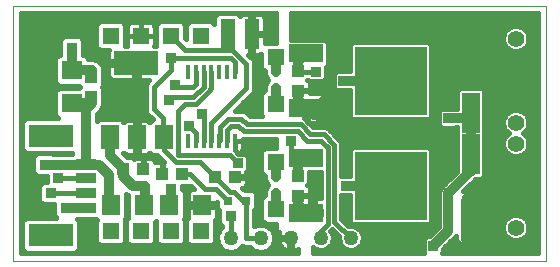
<source format=gbr>
G75*
%MOIN*%
%OFA0B0*%
%FSLAX25Y25*%
%IPPOS*%
%LPD*%
%AMOC8*
5,1,8,0,0,1.08239X$1,22.5*
%
%ADD10C,0.00000*%
%ADD11R,0.04331X0.03937*%
%ADD12R,0.05000X0.10000*%
%ADD13C,0.05000*%
%ADD14R,0.24409X0.22835*%
%ADD15R,0.11811X0.06299*%
%ADD16R,0.05600X0.05600*%
%ADD17R,0.01575X0.04724*%
%ADD18C,0.05600*%
%ADD19R,0.03150X0.03150*%
%ADD20R,0.03937X0.04331*%
%ADD21R,0.06299X0.07087*%
%ADD22R,0.07087X0.06299*%
%ADD23R,0.05900X0.07900*%
%ADD24R,0.15000X0.07900*%
%ADD25R,0.06299X0.13780*%
%ADD26R,0.01969X0.02756*%
%ADD27R,0.15000X0.07600*%
%ADD28R,0.07000X0.03600*%
%ADD29C,0.01600*%
%ADD30R,0.03562X0.03562*%
%ADD31C,0.03200*%
%ADD32C,0.10000*%
%ADD33C,0.07000*%
D10*
X0016250Y0015141D02*
X0016250Y0100102D01*
X0193951Y0100102D01*
X0193951Y0015141D01*
X0016250Y0015141D01*
D11*
X0052904Y0045641D03*
X0059596Y0045641D03*
X0083404Y0043141D03*
X0090096Y0043141D03*
X0111250Y0043488D03*
X0111250Y0036795D03*
X0111250Y0071795D03*
X0111250Y0078488D03*
D12*
X0095750Y0090641D03*
X0087750Y0090641D03*
D13*
X0088750Y0022641D03*
X0098750Y0022641D03*
X0108750Y0022641D03*
X0118750Y0022641D03*
X0128750Y0022641D03*
D14*
X0142018Y0040141D03*
X0142018Y0075141D03*
D15*
X0113750Y0066086D03*
X0113750Y0049197D03*
X0113750Y0031086D03*
X0113750Y0084197D03*
D16*
X0103750Y0083016D03*
X0078750Y0090141D03*
X0068750Y0090141D03*
X0058750Y0090141D03*
X0048750Y0090141D03*
X0103750Y0067267D03*
X0103750Y0048016D03*
X0103750Y0032267D03*
X0078750Y0025141D03*
X0068750Y0025141D03*
X0058750Y0025141D03*
X0048750Y0025141D03*
D17*
X0074376Y0055126D03*
X0077132Y0055126D03*
X0079691Y0055126D03*
X0082250Y0055126D03*
X0084809Y0055126D03*
X0087368Y0055126D03*
X0090124Y0055126D03*
X0090124Y0078157D03*
X0087368Y0078157D03*
X0084809Y0078157D03*
X0082250Y0078157D03*
X0079691Y0078157D03*
X0077132Y0078157D03*
X0074376Y0078157D03*
D18*
X0183750Y0089141D03*
X0183750Y0061141D03*
X0183750Y0054141D03*
X0183750Y0026141D03*
D19*
X0093703Y0035141D03*
X0087797Y0035141D03*
D20*
X0072596Y0044141D03*
X0065904Y0044141D03*
X0042250Y0069795D03*
X0042250Y0076488D03*
D21*
X0048738Y0033641D03*
X0059762Y0033641D03*
X0068238Y0033641D03*
X0079262Y0033641D03*
D22*
X0035750Y0067630D03*
X0035750Y0078653D03*
D23*
X0048350Y0056241D03*
X0057350Y0056241D03*
X0066350Y0056241D03*
D24*
X0057250Y0081041D03*
D25*
X0168750Y0085771D03*
X0168750Y0064512D03*
X0168750Y0050771D03*
X0168750Y0029512D03*
D26*
X0103750Y0037779D03*
X0103750Y0042897D03*
X0103750Y0072779D03*
X0103750Y0077897D03*
D27*
X0028695Y0056795D03*
X0028695Y0023567D03*
D28*
X0040427Y0032779D03*
X0040427Y0037701D03*
X0040427Y0042543D03*
X0040427Y0047386D03*
D29*
X0040329Y0042641D02*
X0040427Y0042543D01*
X0040329Y0042641D02*
X0031250Y0042641D01*
X0027469Y0042316D02*
X0018750Y0042316D01*
X0018750Y0043915D02*
X0023586Y0043915D01*
X0024140Y0043360D02*
X0022969Y0044532D01*
X0022969Y0049751D01*
X0024140Y0050923D01*
X0029360Y0050923D01*
X0029541Y0050741D01*
X0035655Y0050741D01*
X0035908Y0050995D01*
X0020366Y0050995D01*
X0019195Y0052167D01*
X0019195Y0061423D01*
X0020366Y0062595D01*
X0031263Y0062595D01*
X0030207Y0063652D01*
X0030207Y0071608D01*
X0031378Y0072779D01*
X0038281Y0072779D01*
X0038281Y0072789D01*
X0038634Y0073141D01*
X0038281Y0073494D01*
X0038281Y0073504D01*
X0031378Y0073504D01*
X0030207Y0074675D01*
X0030207Y0082631D01*
X0031378Y0083803D01*
X0031969Y0083803D01*
X0031969Y0088751D01*
X0033140Y0089923D01*
X0038360Y0089923D01*
X0039531Y0088751D01*
X0039531Y0083803D01*
X0040122Y0083803D01*
X0041293Y0082631D01*
X0041293Y0082253D01*
X0042152Y0082253D01*
X0042427Y0082320D01*
X0042861Y0082253D01*
X0043301Y0082253D01*
X0043562Y0082145D01*
X0043842Y0082102D01*
X0044218Y0081873D01*
X0044624Y0081705D01*
X0044824Y0081505D01*
X0045066Y0081358D01*
X0045326Y0081003D01*
X0045637Y0080693D01*
X0045745Y0080431D01*
X0045912Y0080202D01*
X0046016Y0079775D01*
X0046081Y0079619D01*
X0046218Y0079482D01*
X0046218Y0078948D01*
X0046252Y0078811D01*
X0046218Y0078596D01*
X0046218Y0073494D01*
X0045866Y0073141D01*
X0046218Y0072789D01*
X0046218Y0067687D01*
X0046252Y0067472D01*
X0046218Y0067335D01*
X0046218Y0066801D01*
X0046081Y0066664D01*
X0046016Y0066508D01*
X0045912Y0066080D01*
X0045745Y0065852D01*
X0045637Y0065590D01*
X0045326Y0065280D01*
X0045066Y0064925D01*
X0044824Y0064778D01*
X0044027Y0063981D01*
X0044027Y0061647D01*
X0044572Y0062191D01*
X0052128Y0062191D01*
X0052991Y0061328D01*
X0053295Y0061632D01*
X0053705Y0061869D01*
X0054163Y0061991D01*
X0056675Y0061991D01*
X0056675Y0056917D01*
X0058025Y0056917D01*
X0058025Y0061991D01*
X0060537Y0061991D01*
X0060995Y0061869D01*
X0061405Y0061632D01*
X0061709Y0061328D01*
X0062572Y0062191D01*
X0062740Y0062191D01*
X0060876Y0064055D01*
X0060450Y0065085D01*
X0060450Y0073698D01*
X0060876Y0074728D01*
X0061440Y0075291D01*
X0058050Y0075291D01*
X0058050Y0080241D01*
X0056450Y0080241D01*
X0056450Y0075291D01*
X0049513Y0075291D01*
X0049055Y0075414D01*
X0048645Y0075651D01*
X0048310Y0075986D01*
X0048073Y0076397D01*
X0047950Y0076855D01*
X0047950Y0080242D01*
X0056450Y0080242D01*
X0056450Y0081841D01*
X0047950Y0081841D01*
X0047950Y0085228D01*
X0047980Y0085341D01*
X0045122Y0085341D01*
X0043950Y0086513D01*
X0043950Y0093770D01*
X0045122Y0094941D01*
X0052378Y0094941D01*
X0053550Y0093770D01*
X0053550Y0086791D01*
X0054234Y0086791D01*
X0054150Y0087105D01*
X0054150Y0090141D01*
X0058750Y0090141D01*
X0058750Y0090142D01*
X0058750Y0094741D01*
X0055713Y0094741D01*
X0055255Y0094619D01*
X0054845Y0094382D01*
X0054510Y0094047D01*
X0054273Y0093636D01*
X0054150Y0093178D01*
X0054150Y0090142D01*
X0058750Y0090142D01*
X0058750Y0090142D01*
X0058750Y0094741D01*
X0061787Y0094741D01*
X0062245Y0094619D01*
X0062655Y0094382D01*
X0062990Y0094047D01*
X0063227Y0093636D01*
X0063350Y0093178D01*
X0063350Y0090142D01*
X0058750Y0090142D01*
X0058750Y0090141D01*
X0063350Y0090141D01*
X0063350Y0087105D01*
X0063266Y0086791D01*
X0063950Y0086791D01*
X0063950Y0093770D01*
X0065122Y0094941D01*
X0072378Y0094941D01*
X0073550Y0093770D01*
X0073550Y0089301D01*
X0073950Y0088901D01*
X0073950Y0093770D01*
X0075122Y0094941D01*
X0082378Y0094941D01*
X0083250Y0094070D01*
X0083250Y0096470D01*
X0084422Y0097641D01*
X0091078Y0097641D01*
X0091891Y0096828D01*
X0092145Y0097082D01*
X0092555Y0097319D01*
X0093013Y0097441D01*
X0095300Y0097441D01*
X0095300Y0091092D01*
X0096200Y0091092D01*
X0096200Y0097441D01*
X0098487Y0097441D01*
X0098945Y0097319D01*
X0099355Y0097082D01*
X0099690Y0096747D01*
X0099927Y0096336D01*
X0100050Y0095878D01*
X0100050Y0091091D01*
X0096200Y0091091D01*
X0096200Y0090191D01*
X0096200Y0083841D01*
X0098487Y0083841D01*
X0098945Y0083964D01*
X0098950Y0083967D01*
X0098950Y0079387D01*
X0100122Y0078216D01*
X0100150Y0078216D01*
X0100150Y0077181D01*
X0100698Y0075858D01*
X0100766Y0075790D01*
X0100766Y0075691D01*
X0101118Y0075338D01*
X0100766Y0074986D01*
X0100766Y0074886D01*
X0100698Y0074819D01*
X0100150Y0073495D01*
X0100150Y0072067D01*
X0100122Y0072067D01*
X0098950Y0070896D01*
X0098950Y0063639D01*
X0099266Y0063323D01*
X0095140Y0063323D01*
X0093747Y0064715D01*
X0092718Y0065141D01*
X0090210Y0065141D01*
X0095336Y0070268D01*
X0096124Y0071055D01*
X0096550Y0072085D01*
X0096550Y0081310D01*
X0096124Y0082339D01*
X0094621Y0083841D01*
X0095300Y0083841D01*
X0095300Y0090191D01*
X0096200Y0090191D01*
X0100050Y0090191D01*
X0100050Y0087744D01*
X0100122Y0087816D01*
X0103750Y0087816D01*
X0103750Y0097641D01*
X0018750Y0097641D01*
X0018750Y0017641D01*
X0111250Y0017641D01*
X0111250Y0019143D01*
X0111004Y0018964D01*
X0110401Y0018657D01*
X0109757Y0018447D01*
X0109200Y0018359D01*
X0109200Y0022191D01*
X0108300Y0022191D01*
X0108300Y0018359D01*
X0107743Y0018447D01*
X0107099Y0018657D01*
X0106496Y0018964D01*
X0105949Y0019362D01*
X0105470Y0019840D01*
X0105072Y0020388D01*
X0104765Y0020991D01*
X0104556Y0021635D01*
X0104468Y0022191D01*
X0108300Y0022191D01*
X0108300Y0023091D01*
X0104468Y0023091D01*
X0104556Y0023648D01*
X0104765Y0024292D01*
X0104943Y0024641D01*
X0103750Y0024641D01*
X0103750Y0027467D01*
X0100122Y0027467D01*
X0098950Y0028639D01*
X0098950Y0035896D01*
X0100122Y0037067D01*
X0100150Y0037067D01*
X0100150Y0038495D01*
X0100698Y0039819D01*
X0100766Y0039886D01*
X0100766Y0039986D01*
X0101118Y0040338D01*
X0100766Y0040691D01*
X0100766Y0040790D01*
X0100698Y0040858D01*
X0100150Y0042181D01*
X0100150Y0043216D01*
X0100122Y0043216D01*
X0098950Y0044387D01*
X0098950Y0051644D01*
X0100122Y0052816D01*
X0103750Y0052816D01*
X0103750Y0055523D01*
X0092711Y0055523D01*
X0092711Y0055126D01*
X0090168Y0055126D01*
X0090168Y0055126D01*
X0092711Y0055126D01*
X0092711Y0052527D01*
X0092589Y0052069D01*
X0092352Y0051658D01*
X0092116Y0051423D01*
X0093860Y0051423D01*
X0095031Y0050251D01*
X0095031Y0045032D01*
X0094062Y0044063D01*
X0094062Y0043326D01*
X0090281Y0043326D01*
X0090281Y0042957D01*
X0094062Y0042957D01*
X0094062Y0040936D01*
X0093939Y0040478D01*
X0093702Y0040068D01*
X0093367Y0039733D01*
X0092957Y0039496D01*
X0092622Y0039406D01*
X0093312Y0038716D01*
X0096106Y0038716D01*
X0097278Y0037545D01*
X0097278Y0032738D01*
X0096503Y0031963D01*
X0096503Y0026581D01*
X0097855Y0027141D01*
X0099645Y0027141D01*
X0101299Y0026456D01*
X0102565Y0025191D01*
X0103250Y0023537D01*
X0103250Y0021746D01*
X0102565Y0020092D01*
X0101299Y0018827D01*
X0099645Y0018141D01*
X0097855Y0018141D01*
X0096201Y0018827D01*
X0095186Y0019841D01*
X0093193Y0019841D01*
X0092568Y0020100D01*
X0092565Y0020092D01*
X0091299Y0018827D01*
X0089645Y0018141D01*
X0087855Y0018141D01*
X0086201Y0018827D01*
X0084935Y0020092D01*
X0084250Y0021746D01*
X0084250Y0023537D01*
X0084935Y0025191D01*
X0085950Y0026205D01*
X0085950Y0026551D01*
X0084969Y0027532D01*
X0084969Y0031992D01*
X0084222Y0032738D01*
X0084222Y0034757D01*
X0084211Y0034768D01*
X0084211Y0034416D01*
X0080037Y0034416D01*
X0080037Y0032867D01*
X0084211Y0032867D01*
X0084211Y0029861D01*
X0084089Y0029403D01*
X0083852Y0028993D01*
X0083550Y0028691D01*
X0083550Y0021513D01*
X0082378Y0020341D01*
X0075122Y0020341D01*
X0073950Y0021513D01*
X0073950Y0028770D01*
X0074489Y0029309D01*
X0074435Y0029403D01*
X0074312Y0029861D01*
X0074312Y0032867D01*
X0078487Y0032867D01*
X0078487Y0034416D01*
X0074312Y0034416D01*
X0074312Y0037422D01*
X0074435Y0037880D01*
X0074672Y0038290D01*
X0075007Y0038625D01*
X0075417Y0038862D01*
X0075875Y0038985D01*
X0076447Y0038985D01*
X0075424Y0040007D01*
X0075393Y0039976D01*
X0072531Y0039976D01*
X0072531Y0038870D01*
X0073388Y0038013D01*
X0073388Y0029270D01*
X0073219Y0029101D01*
X0073550Y0028770D01*
X0073550Y0021513D01*
X0072378Y0020341D01*
X0065122Y0020341D01*
X0063950Y0021513D01*
X0063950Y0028308D01*
X0063740Y0028098D01*
X0063550Y0028098D01*
X0063550Y0021513D01*
X0062378Y0020341D01*
X0055122Y0020341D01*
X0053950Y0021513D01*
X0053950Y0028770D01*
X0054612Y0029432D01*
X0054612Y0036923D01*
X0054211Y0037090D01*
X0053888Y0037413D01*
X0053888Y0029270D01*
X0053469Y0028851D01*
X0053550Y0028770D01*
X0053550Y0021513D01*
X0052378Y0020341D01*
X0045122Y0020341D01*
X0043950Y0021513D01*
X0043950Y0028770D01*
X0044019Y0028839D01*
X0043879Y0028979D01*
X0037411Y0028979D01*
X0038195Y0028195D01*
X0038195Y0018938D01*
X0037023Y0017767D01*
X0020366Y0017767D01*
X0019195Y0018938D01*
X0019195Y0028195D01*
X0020366Y0029367D01*
X0030634Y0029367D01*
X0029969Y0030032D01*
X0029969Y0033860D01*
X0026140Y0033860D01*
X0024969Y0035032D01*
X0024969Y0040251D01*
X0026140Y0041423D01*
X0027469Y0041423D01*
X0027469Y0043360D01*
X0024140Y0043360D01*
X0022969Y0045513D02*
X0018750Y0045513D01*
X0018750Y0047112D02*
X0022969Y0047112D01*
X0022969Y0048710D02*
X0018750Y0048710D01*
X0018750Y0050309D02*
X0023527Y0050309D01*
X0019454Y0051907D02*
X0018750Y0051907D01*
X0018750Y0053506D02*
X0019195Y0053506D01*
X0019195Y0055104D02*
X0018750Y0055104D01*
X0018750Y0056703D02*
X0019195Y0056703D01*
X0019195Y0058301D02*
X0018750Y0058301D01*
X0018750Y0059900D02*
X0019195Y0059900D01*
X0019270Y0061498D02*
X0018750Y0061498D01*
X0018750Y0063097D02*
X0030762Y0063097D01*
X0030207Y0064695D02*
X0018750Y0064695D01*
X0018750Y0066294D02*
X0030207Y0066294D01*
X0030207Y0067892D02*
X0018750Y0067892D01*
X0018750Y0069491D02*
X0030207Y0069491D01*
X0030207Y0071089D02*
X0018750Y0071089D01*
X0018750Y0072688D02*
X0031287Y0072688D01*
X0030596Y0074286D02*
X0018750Y0074286D01*
X0018750Y0075885D02*
X0030207Y0075885D01*
X0030207Y0077483D02*
X0018750Y0077483D01*
X0018750Y0079082D02*
X0030207Y0079082D01*
X0030207Y0080680D02*
X0018750Y0080680D01*
X0018750Y0082279D02*
X0030207Y0082279D01*
X0031969Y0083877D02*
X0018750Y0083877D01*
X0018750Y0085476D02*
X0031969Y0085476D01*
X0031969Y0087075D02*
X0018750Y0087075D01*
X0018750Y0088673D02*
X0031969Y0088673D01*
X0039531Y0088673D02*
X0043950Y0088673D01*
X0043950Y0090272D02*
X0018750Y0090272D01*
X0018750Y0091870D02*
X0043950Y0091870D01*
X0043950Y0093469D02*
X0018750Y0093469D01*
X0018750Y0095067D02*
X0083250Y0095067D01*
X0083446Y0096666D02*
X0018750Y0096666D01*
X0039531Y0087075D02*
X0043950Y0087075D01*
X0044987Y0085476D02*
X0039531Y0085476D01*
X0039531Y0083877D02*
X0047950Y0083877D01*
X0047950Y0082279D02*
X0042695Y0082279D01*
X0042257Y0082279D02*
X0041293Y0082279D01*
X0045642Y0080680D02*
X0056450Y0080680D01*
X0056450Y0079082D02*
X0058050Y0079082D01*
X0058050Y0077483D02*
X0056450Y0077483D01*
X0056450Y0075885D02*
X0058050Y0075885D01*
X0060694Y0074286D02*
X0046218Y0074286D01*
X0046218Y0075885D02*
X0048411Y0075885D01*
X0047950Y0077483D02*
X0046218Y0077483D01*
X0046218Y0079082D02*
X0047950Y0079082D01*
X0046218Y0072688D02*
X0060450Y0072688D01*
X0063250Y0073141D02*
X0063250Y0065641D01*
X0066250Y0062641D01*
X0066250Y0056341D01*
X0066350Y0056241D01*
X0066350Y0052130D01*
X0069794Y0048686D01*
X0070339Y0048141D01*
X0078404Y0048141D01*
X0083404Y0043141D01*
X0088429Y0038116D01*
X0089952Y0038116D01*
X0092927Y0035141D01*
X0093703Y0035141D01*
X0093703Y0022689D01*
X0093750Y0022641D01*
X0098750Y0022641D01*
X0102755Y0024733D02*
X0103750Y0024733D01*
X0103250Y0023134D02*
X0104474Y0023134D01*
X0104588Y0021536D02*
X0103163Y0021536D01*
X0102409Y0019937D02*
X0105400Y0019937D01*
X0108300Y0019937D02*
X0109200Y0019937D01*
X0109200Y0021536D02*
X0108300Y0021536D01*
X0111250Y0018339D02*
X0100121Y0018339D01*
X0097379Y0018339D02*
X0090121Y0018339D01*
X0087379Y0018339D02*
X0037595Y0018339D01*
X0038195Y0019937D02*
X0085090Y0019937D01*
X0084337Y0021536D02*
X0083550Y0021536D01*
X0083550Y0023134D02*
X0084250Y0023134D01*
X0084745Y0024733D02*
X0083550Y0024733D01*
X0083550Y0026331D02*
X0085950Y0026331D01*
X0084969Y0027930D02*
X0083550Y0027930D01*
X0084122Y0029528D02*
X0084969Y0029528D01*
X0084969Y0031127D02*
X0084211Y0031127D01*
X0084211Y0032725D02*
X0084236Y0032725D01*
X0084222Y0034324D02*
X0080037Y0034324D01*
X0078487Y0034324D02*
X0073388Y0034324D01*
X0073388Y0035922D02*
X0074312Y0035922D01*
X0074339Y0037521D02*
X0073388Y0037521D01*
X0072531Y0039119D02*
X0076313Y0039119D01*
X0080250Y0039141D02*
X0083797Y0039141D01*
X0087797Y0035141D01*
X0093703Y0035141D02*
X0093750Y0035094D01*
X0097278Y0034324D02*
X0098950Y0034324D01*
X0098976Y0035922D02*
X0097278Y0035922D01*
X0097278Y0037521D02*
X0100150Y0037521D01*
X0100408Y0039119D02*
X0092909Y0039119D01*
X0094003Y0040718D02*
X0100766Y0040718D01*
X0100150Y0042316D02*
X0094062Y0042316D01*
X0093750Y0042641D02*
X0090596Y0042641D01*
X0090096Y0043141D01*
X0093750Y0042641D02*
X0093750Y0044599D01*
X0094431Y0045280D01*
X0094431Y0050002D01*
X0093611Y0050823D01*
X0091250Y0050823D01*
X0090124Y0051949D01*
X0090124Y0055126D01*
X0092711Y0055104D02*
X0103750Y0055104D01*
X0103750Y0053506D02*
X0092711Y0053506D01*
X0092495Y0051907D02*
X0099213Y0051907D01*
X0098950Y0050309D02*
X0094973Y0050309D01*
X0095031Y0048710D02*
X0098950Y0048710D01*
X0098950Y0047112D02*
X0095031Y0047112D01*
X0095031Y0045513D02*
X0098950Y0045513D01*
X0099422Y0043915D02*
X0094062Y0043915D01*
X0091250Y0047641D02*
X0088550Y0050341D01*
X0071250Y0050341D01*
X0071250Y0065141D01*
X0072569Y0066460D01*
X0072611Y0066460D01*
X0073592Y0067441D01*
X0077161Y0067441D01*
X0081891Y0072171D01*
X0081891Y0072282D01*
X0082250Y0072641D01*
X0082250Y0072530D01*
X0082250Y0072641D02*
X0082250Y0078157D01*
X0079691Y0078157D02*
X0079691Y0073082D01*
X0076250Y0069641D01*
X0069250Y0069641D01*
X0068250Y0068641D01*
X0070750Y0073141D02*
X0070250Y0073641D01*
X0070750Y0073141D02*
X0076250Y0073141D01*
X0077132Y0074023D01*
X0077132Y0078157D01*
X0068750Y0078641D02*
X0063250Y0073141D01*
X0060450Y0071089D02*
X0046218Y0071089D01*
X0046218Y0069491D02*
X0060450Y0069491D01*
X0060450Y0067892D02*
X0046218Y0067892D01*
X0045964Y0066294D02*
X0060450Y0066294D01*
X0060611Y0064695D02*
X0044741Y0064695D01*
X0044027Y0063097D02*
X0061835Y0063097D01*
X0061878Y0061498D02*
X0061539Y0061498D01*
X0058025Y0061498D02*
X0056675Y0061498D01*
X0056675Y0059900D02*
X0058025Y0059900D01*
X0058025Y0058301D02*
X0056675Y0058301D01*
X0056675Y0055566D02*
X0058025Y0055566D01*
X0058025Y0050491D01*
X0060537Y0050491D01*
X0060995Y0050614D01*
X0061405Y0050851D01*
X0061709Y0051155D01*
X0062572Y0050291D01*
X0064229Y0050291D01*
X0064764Y0049756D01*
X0066414Y0048107D01*
X0066088Y0048107D01*
X0066088Y0044326D01*
X0065719Y0044326D01*
X0065719Y0048107D01*
X0063698Y0048107D01*
X0063506Y0048055D01*
X0063439Y0048305D01*
X0063202Y0048715D01*
X0062867Y0049050D01*
X0062457Y0049287D01*
X0061999Y0049410D01*
X0059781Y0049410D01*
X0059781Y0045826D01*
X0059412Y0045826D01*
X0059412Y0049410D01*
X0057194Y0049410D01*
X0056736Y0049287D01*
X0056409Y0049098D01*
X0055897Y0049610D01*
X0054026Y0049610D01*
X0052737Y0050900D01*
X0052991Y0051155D01*
X0053295Y0050851D01*
X0053705Y0050614D01*
X0054163Y0050491D01*
X0056675Y0050491D01*
X0056675Y0055566D01*
X0056675Y0055104D02*
X0058025Y0055104D01*
X0058025Y0053506D02*
X0056675Y0053506D01*
X0056675Y0051907D02*
X0058025Y0051907D01*
X0062554Y0050309D02*
X0053327Y0050309D01*
X0059412Y0048710D02*
X0059781Y0048710D01*
X0059781Y0047112D02*
X0059412Y0047112D01*
X0063205Y0048710D02*
X0065810Y0048710D01*
X0064764Y0049756D02*
X0064764Y0049756D01*
X0069794Y0048686D02*
X0069911Y0048570D01*
X0066088Y0047112D02*
X0065719Y0047112D01*
X0065719Y0045513D02*
X0066088Y0045513D01*
X0072596Y0044141D02*
X0075250Y0044141D01*
X0080250Y0039141D01*
X0074312Y0032725D02*
X0073388Y0032725D01*
X0073388Y0031127D02*
X0074312Y0031127D01*
X0074401Y0029528D02*
X0073388Y0029528D01*
X0073550Y0027930D02*
X0073950Y0027930D01*
X0073950Y0026331D02*
X0073550Y0026331D01*
X0073550Y0024733D02*
X0073950Y0024733D01*
X0073950Y0023134D02*
X0073550Y0023134D01*
X0073550Y0021536D02*
X0073950Y0021536D01*
X0063950Y0021536D02*
X0063550Y0021536D01*
X0063550Y0023134D02*
X0063950Y0023134D01*
X0063950Y0024733D02*
X0063550Y0024733D01*
X0063550Y0026331D02*
X0063950Y0026331D01*
X0063950Y0027930D02*
X0063550Y0027930D01*
X0054612Y0029528D02*
X0053888Y0029528D01*
X0053950Y0027930D02*
X0053550Y0027930D01*
X0053550Y0026331D02*
X0053950Y0026331D01*
X0053950Y0024733D02*
X0053550Y0024733D01*
X0053550Y0023134D02*
X0053950Y0023134D01*
X0053950Y0021536D02*
X0053550Y0021536D01*
X0043950Y0021536D02*
X0038195Y0021536D01*
X0038195Y0023134D02*
X0043950Y0023134D01*
X0043950Y0024733D02*
X0038195Y0024733D01*
X0038195Y0026331D02*
X0043950Y0026331D01*
X0043950Y0027930D02*
X0038195Y0027930D01*
X0030473Y0029528D02*
X0018750Y0029528D01*
X0018750Y0027930D02*
X0019195Y0027930D01*
X0019195Y0026331D02*
X0018750Y0026331D01*
X0018750Y0024733D02*
X0019195Y0024733D01*
X0019195Y0023134D02*
X0018750Y0023134D01*
X0018750Y0021536D02*
X0019195Y0021536D01*
X0019195Y0019937D02*
X0018750Y0019937D01*
X0018750Y0018339D02*
X0019795Y0018339D01*
X0018750Y0031127D02*
X0029969Y0031127D01*
X0029969Y0032725D02*
X0018750Y0032725D01*
X0018750Y0034324D02*
X0025677Y0034324D01*
X0024969Y0035922D02*
X0018750Y0035922D01*
X0018750Y0037521D02*
X0024969Y0037521D01*
X0024969Y0039119D02*
X0018750Y0039119D01*
X0018750Y0040718D02*
X0025436Y0040718D01*
X0028750Y0037641D02*
X0033809Y0037701D01*
X0040427Y0037701D01*
X0053888Y0035922D02*
X0054612Y0035922D01*
X0054612Y0034324D02*
X0053888Y0034324D01*
X0053888Y0032725D02*
X0054612Y0032725D01*
X0054612Y0031127D02*
X0053888Y0031127D01*
X0088750Y0030141D02*
X0088750Y0022641D01*
X0092409Y0019937D02*
X0092962Y0019937D01*
X0101424Y0026331D02*
X0103750Y0026331D01*
X0099659Y0027930D02*
X0096503Y0027930D01*
X0096503Y0029528D02*
X0098950Y0029528D01*
X0098950Y0031127D02*
X0096503Y0031127D01*
X0097264Y0032725D02*
X0098950Y0032725D01*
X0111434Y0036611D02*
X0111434Y0036979D01*
X0115215Y0036979D01*
X0115215Y0039001D01*
X0115093Y0039458D01*
X0114856Y0039869D01*
X0114521Y0040204D01*
X0114241Y0040365D01*
X0114815Y0040940D01*
X0114815Y0044647D01*
X0118856Y0044647D01*
X0118856Y0036036D01*
X0115215Y0036036D01*
X0115215Y0036611D01*
X0111434Y0036611D01*
X0115215Y0037521D02*
X0118856Y0037521D01*
X0118856Y0039119D02*
X0115184Y0039119D01*
X0114593Y0040718D02*
X0118856Y0040718D01*
X0118856Y0042316D02*
X0114815Y0042316D01*
X0114815Y0043915D02*
X0118856Y0043915D01*
X0125455Y0043915D02*
X0128413Y0043915D01*
X0128413Y0043323D02*
X0125455Y0043323D01*
X0125455Y0054749D01*
X0120663Y0059541D01*
X0116115Y0059541D01*
X0112975Y0062681D01*
X0112975Y0065311D01*
X0114525Y0065311D01*
X0114525Y0061137D01*
X0119892Y0061137D01*
X0120350Y0061259D01*
X0120761Y0061496D01*
X0121096Y0061832D01*
X0121333Y0062242D01*
X0121455Y0062700D01*
X0121455Y0065312D01*
X0114525Y0065312D01*
X0114525Y0066861D01*
X0121455Y0066861D01*
X0121455Y0069473D01*
X0121333Y0069931D01*
X0121096Y0070341D01*
X0120761Y0070676D01*
X0120350Y0070913D01*
X0119892Y0071036D01*
X0115215Y0071036D01*
X0115215Y0071611D01*
X0111434Y0071611D01*
X0111434Y0071979D01*
X0115215Y0071979D01*
X0115215Y0074001D01*
X0115093Y0074458D01*
X0114856Y0074869D01*
X0114521Y0075204D01*
X0114241Y0075365D01*
X0114363Y0075487D01*
X0114889Y0074960D01*
X0119611Y0074960D01*
X0120431Y0075780D01*
X0120431Y0079843D01*
X0121055Y0080467D01*
X0121055Y0087926D01*
X0120235Y0088746D01*
X0108750Y0088746D01*
X0108750Y0097641D01*
X0191250Y0097641D01*
X0191250Y0017641D01*
X0159292Y0017641D01*
X0159431Y0017780D01*
X0159431Y0019080D01*
X0163793Y0023442D01*
X0163800Y0023459D01*
X0163800Y0022385D01*
X0163923Y0021927D01*
X0164160Y0021517D01*
X0164495Y0021181D01*
X0164906Y0020944D01*
X0165363Y0020822D01*
X0167975Y0020822D01*
X0167975Y0028737D01*
X0169525Y0028737D01*
X0169525Y0030286D01*
X0173700Y0030286D01*
X0173700Y0036638D01*
X0173577Y0037096D01*
X0173340Y0037507D01*
X0173005Y0037842D01*
X0172594Y0038079D01*
X0172137Y0038201D01*
X0169525Y0038201D01*
X0169525Y0030286D01*
X0167975Y0030286D01*
X0167975Y0038201D01*
X0166052Y0038201D01*
X0170333Y0042482D01*
X0172480Y0042482D01*
X0173300Y0043302D01*
X0173300Y0071981D01*
X0172480Y0072801D01*
X0165020Y0072801D01*
X0164200Y0071981D01*
X0164200Y0065641D01*
X0163792Y0065641D01*
X0163611Y0065823D01*
X0158889Y0065823D01*
X0158069Y0065002D01*
X0158069Y0060280D01*
X0158889Y0059460D01*
X0163611Y0059460D01*
X0163792Y0059641D01*
X0164200Y0059641D01*
X0164200Y0044835D01*
X0159551Y0040185D01*
X0158707Y0039341D01*
X0158250Y0038238D01*
X0158250Y0026384D01*
X0155188Y0023323D01*
X0153889Y0023323D01*
X0153069Y0022502D01*
X0153069Y0017780D01*
X0153208Y0017641D01*
X0116250Y0017641D01*
X0116250Y0019626D01*
X0116541Y0019335D01*
X0117974Y0018741D01*
X0119526Y0018741D01*
X0120959Y0019335D01*
X0122056Y0020432D01*
X0122650Y0021866D01*
X0122650Y0023417D01*
X0122056Y0024851D01*
X0121858Y0025048D01*
X0121967Y0025157D01*
X0122545Y0025735D01*
X0124854Y0023426D01*
X0124850Y0023417D01*
X0124850Y0021866D01*
X0125444Y0020432D01*
X0126541Y0019335D01*
X0127974Y0018741D01*
X0129526Y0018741D01*
X0130959Y0019335D01*
X0132056Y0020432D01*
X0132650Y0021866D01*
X0132650Y0023417D01*
X0132056Y0024851D01*
X0130959Y0025948D01*
X0129526Y0026541D01*
X0127974Y0026541D01*
X0127965Y0026538D01*
X0125455Y0029047D01*
X0125455Y0036960D01*
X0128413Y0036960D01*
X0128413Y0028144D01*
X0129233Y0027324D01*
X0154802Y0027324D01*
X0155622Y0028144D01*
X0155622Y0052139D01*
X0154802Y0052959D01*
X0129233Y0052959D01*
X0128413Y0052139D01*
X0128413Y0043323D01*
X0128413Y0045513D02*
X0125455Y0045513D01*
X0125455Y0047112D02*
X0128413Y0047112D01*
X0128413Y0048710D02*
X0125455Y0048710D01*
X0125455Y0050309D02*
X0128413Y0050309D01*
X0128413Y0051907D02*
X0125455Y0051907D01*
X0125455Y0053506D02*
X0164200Y0053506D01*
X0164200Y0051907D02*
X0155622Y0051907D01*
X0155622Y0050309D02*
X0164200Y0050309D01*
X0164200Y0048710D02*
X0155622Y0048710D01*
X0155622Y0047112D02*
X0164200Y0047112D01*
X0164200Y0045513D02*
X0155622Y0045513D01*
X0155622Y0043915D02*
X0163281Y0043915D01*
X0161682Y0042316D02*
X0155622Y0042316D01*
X0155622Y0040718D02*
X0160084Y0040718D01*
X0158615Y0039119D02*
X0155622Y0039119D01*
X0155622Y0037521D02*
X0158250Y0037521D01*
X0158250Y0035922D02*
X0155622Y0035922D01*
X0155622Y0034324D02*
X0158250Y0034324D01*
X0158250Y0032725D02*
X0155622Y0032725D01*
X0155622Y0031127D02*
X0158250Y0031127D01*
X0158250Y0029528D02*
X0155622Y0029528D01*
X0155408Y0027930D02*
X0158250Y0027930D01*
X0158197Y0026331D02*
X0130034Y0026331D01*
X0128628Y0027930D02*
X0126573Y0027930D01*
X0125455Y0029528D02*
X0128413Y0029528D01*
X0128413Y0031127D02*
X0125455Y0031127D01*
X0125455Y0032725D02*
X0128413Y0032725D01*
X0128413Y0034324D02*
X0125455Y0034324D01*
X0125455Y0035922D02*
X0128413Y0035922D01*
X0118856Y0031861D02*
X0118856Y0030312D01*
X0114525Y0030312D01*
X0114525Y0031861D01*
X0118856Y0031861D01*
X0118856Y0031127D02*
X0114525Y0031127D01*
X0118750Y0025051D02*
X0121056Y0027357D01*
X0121056Y0052926D01*
X0120235Y0053746D01*
X0120145Y0053746D01*
X0118750Y0055141D01*
X0114292Y0055141D01*
X0111111Y0058323D01*
X0093069Y0058323D01*
X0091250Y0060141D01*
X0088750Y0060141D01*
X0087368Y0058760D01*
X0087368Y0055126D01*
X0085168Y0055485D02*
X0085168Y0059671D01*
X0087839Y0062341D01*
X0092161Y0062341D01*
X0093980Y0060523D01*
X0112022Y0060523D01*
X0115203Y0057341D01*
X0119751Y0057341D01*
X0123256Y0053837D01*
X0123256Y0028136D01*
X0128750Y0022641D01*
X0131561Y0019937D02*
X0153069Y0019937D01*
X0153069Y0021536D02*
X0132513Y0021536D01*
X0132650Y0023134D02*
X0153700Y0023134D01*
X0156598Y0024733D02*
X0132105Y0024733D01*
X0124850Y0023134D02*
X0122650Y0023134D01*
X0122105Y0024733D02*
X0123548Y0024733D01*
X0118750Y0025051D02*
X0118750Y0022641D01*
X0121561Y0019937D02*
X0125939Y0019937D01*
X0124987Y0021536D02*
X0122513Y0021536D01*
X0116250Y0018339D02*
X0153069Y0018339D01*
X0159431Y0018339D02*
X0191250Y0018339D01*
X0191250Y0019937D02*
X0160288Y0019937D01*
X0161887Y0021536D02*
X0164149Y0021536D01*
X0163800Y0023134D02*
X0163485Y0023134D01*
X0167975Y0023134D02*
X0169525Y0023134D01*
X0169525Y0024733D02*
X0167975Y0024733D01*
X0167975Y0026331D02*
X0169525Y0026331D01*
X0169525Y0027930D02*
X0167975Y0027930D01*
X0169525Y0028737D02*
X0169525Y0020822D01*
X0172137Y0020822D01*
X0172594Y0020944D01*
X0173005Y0021181D01*
X0173340Y0021517D01*
X0173577Y0021927D01*
X0173700Y0022385D01*
X0173700Y0028737D01*
X0169525Y0028737D01*
X0169525Y0029528D02*
X0181197Y0029528D01*
X0181371Y0029702D02*
X0180189Y0028521D01*
X0179550Y0026977D01*
X0179550Y0025306D01*
X0180189Y0023762D01*
X0181371Y0022581D01*
X0182915Y0021941D01*
X0184585Y0021941D01*
X0186129Y0022581D01*
X0187311Y0023762D01*
X0187950Y0025306D01*
X0187950Y0026977D01*
X0187311Y0028521D01*
X0186129Y0029702D01*
X0184585Y0030341D01*
X0182915Y0030341D01*
X0181371Y0029702D01*
X0179945Y0027930D02*
X0173700Y0027930D01*
X0173120Y0029512D02*
X0178750Y0035141D01*
X0178750Y0080141D01*
X0176250Y0082641D01*
X0171880Y0082641D01*
X0168750Y0085771D01*
X0169525Y0085476D02*
X0181624Y0085476D01*
X0181371Y0085581D02*
X0182915Y0084941D01*
X0184585Y0084941D01*
X0186129Y0085581D01*
X0187311Y0086762D01*
X0187950Y0088306D01*
X0187950Y0089977D01*
X0187311Y0091521D01*
X0186129Y0092702D01*
X0184585Y0093341D01*
X0182915Y0093341D01*
X0181371Y0092702D01*
X0180189Y0091521D01*
X0179550Y0089977D01*
X0179550Y0088306D01*
X0180189Y0086762D01*
X0181371Y0085581D01*
X0180060Y0087075D02*
X0173700Y0087075D01*
X0173700Y0086546D02*
X0173700Y0092898D01*
X0173577Y0093356D01*
X0173340Y0093766D01*
X0173005Y0094102D01*
X0172594Y0094339D01*
X0172137Y0094461D01*
X0169525Y0094461D01*
X0169525Y0086546D01*
X0173700Y0086546D01*
X0173700Y0084997D02*
X0173700Y0078645D01*
X0173577Y0078187D01*
X0173340Y0077776D01*
X0173005Y0077441D01*
X0172594Y0077204D01*
X0172137Y0077082D01*
X0169525Y0077082D01*
X0169525Y0084997D01*
X0169525Y0086546D01*
X0167975Y0086546D01*
X0167975Y0084997D01*
X0163800Y0084997D01*
X0163800Y0078645D01*
X0163923Y0078187D01*
X0164160Y0077776D01*
X0164495Y0077441D01*
X0164906Y0077204D01*
X0165363Y0077082D01*
X0167975Y0077082D01*
X0167975Y0084997D01*
X0169525Y0084997D01*
X0173700Y0084997D01*
X0173700Y0083877D02*
X0191250Y0083877D01*
X0191250Y0085476D02*
X0185876Y0085476D01*
X0187440Y0087075D02*
X0191250Y0087075D01*
X0191250Y0088673D02*
X0187950Y0088673D01*
X0187828Y0090272D02*
X0191250Y0090272D01*
X0191250Y0091870D02*
X0186961Y0091870D01*
X0191250Y0093469D02*
X0173512Y0093469D01*
X0173700Y0091870D02*
X0180539Y0091870D01*
X0179672Y0090272D02*
X0173700Y0090272D01*
X0173700Y0088673D02*
X0179550Y0088673D01*
X0169525Y0088673D02*
X0167975Y0088673D01*
X0167975Y0090272D02*
X0169525Y0090272D01*
X0169525Y0091870D02*
X0167975Y0091870D01*
X0167975Y0093469D02*
X0169525Y0093469D01*
X0167975Y0094461D02*
X0165363Y0094461D01*
X0164906Y0094339D01*
X0164495Y0094102D01*
X0164160Y0093766D01*
X0163923Y0093356D01*
X0163800Y0092898D01*
X0163800Y0086546D01*
X0167975Y0086546D01*
X0167975Y0094461D01*
X0163988Y0093469D02*
X0108750Y0093469D01*
X0108750Y0091870D02*
X0163800Y0091870D01*
X0163800Y0090272D02*
X0108750Y0090272D01*
X0103750Y0090272D02*
X0096200Y0090272D01*
X0096200Y0088673D02*
X0095300Y0088673D01*
X0095300Y0087075D02*
X0096200Y0087075D01*
X0096200Y0085476D02*
X0095300Y0085476D01*
X0095300Y0083877D02*
X0096200Y0083877D01*
X0098621Y0083877D02*
X0098950Y0083877D01*
X0098950Y0082279D02*
X0096149Y0082279D01*
X0096550Y0080680D02*
X0098950Y0080680D01*
X0099255Y0079082D02*
X0096550Y0079082D01*
X0096550Y0077483D02*
X0100150Y0077483D01*
X0100687Y0075885D02*
X0096550Y0075885D01*
X0096550Y0074286D02*
X0100478Y0074286D01*
X0100150Y0072688D02*
X0096550Y0072688D01*
X0096138Y0071089D02*
X0099143Y0071089D01*
X0098950Y0069491D02*
X0094559Y0069491D01*
X0092961Y0067892D02*
X0098950Y0067892D01*
X0098950Y0066294D02*
X0091362Y0066294D01*
X0093767Y0064695D02*
X0098950Y0064695D01*
X0112975Y0064695D02*
X0114525Y0064695D01*
X0114695Y0065141D02*
X0113750Y0066086D01*
X0114525Y0066294D02*
X0128413Y0066294D01*
X0128413Y0067892D02*
X0121455Y0067892D01*
X0121451Y0069491D02*
X0128413Y0069491D01*
X0128413Y0071089D02*
X0115215Y0071089D01*
X0115215Y0072688D02*
X0123161Y0072688D01*
X0123069Y0072780D02*
X0123889Y0071960D01*
X0128413Y0071960D01*
X0128413Y0063144D01*
X0129233Y0062324D01*
X0154802Y0062324D01*
X0155622Y0063144D01*
X0155622Y0087139D01*
X0154802Y0087959D01*
X0129233Y0087959D01*
X0128413Y0087139D01*
X0128413Y0078323D01*
X0123889Y0078323D01*
X0123069Y0077502D01*
X0123069Y0072780D01*
X0121250Y0072641D02*
X0121250Y0077641D01*
X0126250Y0082641D01*
X0126250Y0090141D01*
X0123750Y0090141D01*
X0121250Y0092641D01*
X0118750Y0095141D01*
X0111250Y0095141D01*
X0108750Y0095067D02*
X0191250Y0095067D01*
X0191250Y0096666D02*
X0108750Y0096666D01*
X0103750Y0096666D02*
X0099737Y0096666D01*
X0100050Y0095067D02*
X0103750Y0095067D01*
X0103750Y0093469D02*
X0100050Y0093469D01*
X0100050Y0091870D02*
X0103750Y0091870D01*
X0103750Y0088673D02*
X0100050Y0088673D01*
X0096200Y0091870D02*
X0095300Y0091870D01*
X0095300Y0093469D02*
X0096200Y0093469D01*
X0096200Y0095067D02*
X0095300Y0095067D01*
X0095300Y0096666D02*
X0096200Y0096666D01*
X0087750Y0090641D02*
X0086250Y0089141D01*
X0086250Y0085341D01*
X0073550Y0085341D01*
X0068750Y0090141D01*
X0073550Y0090272D02*
X0073950Y0090272D01*
X0073950Y0091870D02*
X0073550Y0091870D01*
X0073550Y0093469D02*
X0073950Y0093469D01*
X0063950Y0093469D02*
X0063272Y0093469D01*
X0063350Y0091870D02*
X0063950Y0091870D01*
X0063950Y0090272D02*
X0063350Y0090272D01*
X0063350Y0088673D02*
X0063950Y0088673D01*
X0063950Y0087075D02*
X0063342Y0087075D01*
X0058750Y0090272D02*
X0058750Y0090272D01*
X0058750Y0091870D02*
X0058750Y0091870D01*
X0058750Y0093469D02*
X0058750Y0093469D01*
X0054228Y0093469D02*
X0053550Y0093469D01*
X0053550Y0091870D02*
X0054150Y0091870D01*
X0054150Y0090272D02*
X0053550Y0090272D01*
X0053550Y0088673D02*
X0054150Y0088673D01*
X0054158Y0087075D02*
X0053550Y0087075D01*
X0068750Y0082641D02*
X0068750Y0078641D01*
X0068750Y0082641D02*
X0088750Y0082641D01*
X0090124Y0081267D01*
X0090124Y0078157D01*
X0093750Y0080753D02*
X0089161Y0085341D01*
X0086250Y0085341D01*
X0093750Y0080753D02*
X0093750Y0072641D01*
X0082250Y0061141D01*
X0082250Y0055126D01*
X0084809Y0055126D02*
X0085168Y0055485D01*
X0079691Y0055126D02*
X0079691Y0063701D01*
X0079250Y0064141D01*
X0074750Y0060141D02*
X0077132Y0057760D01*
X0077132Y0055126D01*
X0067250Y0057141D02*
X0066350Y0056241D01*
X0053161Y0061498D02*
X0052822Y0061498D01*
X0108750Y0055141D02*
X0108750Y0050141D01*
X0112805Y0050141D01*
X0113750Y0049197D01*
X0125100Y0055104D02*
X0164200Y0055104D01*
X0164200Y0056703D02*
X0123501Y0056703D01*
X0121903Y0058301D02*
X0164200Y0058301D01*
X0158450Y0059900D02*
X0115756Y0059900D01*
X0114525Y0061498D02*
X0114158Y0061498D01*
X0114525Y0063097D02*
X0112975Y0063097D01*
X0120763Y0061498D02*
X0158069Y0061498D01*
X0158069Y0063097D02*
X0155575Y0063097D01*
X0155622Y0064695D02*
X0158069Y0064695D01*
X0155622Y0066294D02*
X0164200Y0066294D01*
X0164200Y0067892D02*
X0155622Y0067892D01*
X0155622Y0069491D02*
X0164200Y0069491D01*
X0164200Y0071089D02*
X0155622Y0071089D01*
X0155622Y0072688D02*
X0164907Y0072688D01*
X0172593Y0072688D02*
X0191250Y0072688D01*
X0191250Y0074286D02*
X0155622Y0074286D01*
X0155622Y0075885D02*
X0191250Y0075885D01*
X0191250Y0077483D02*
X0173047Y0077483D01*
X0173700Y0079082D02*
X0191250Y0079082D01*
X0191250Y0080680D02*
X0173700Y0080680D01*
X0173700Y0082279D02*
X0191250Y0082279D01*
X0191250Y0071089D02*
X0173300Y0071089D01*
X0173300Y0069491D02*
X0191250Y0069491D01*
X0191250Y0067892D02*
X0173300Y0067892D01*
X0173300Y0066294D02*
X0191250Y0066294D01*
X0191250Y0064695D02*
X0186136Y0064695D01*
X0186129Y0064702D02*
X0184585Y0065341D01*
X0182915Y0065341D01*
X0181371Y0064702D01*
X0180189Y0063521D01*
X0179550Y0061977D01*
X0179550Y0060306D01*
X0180189Y0058762D01*
X0181310Y0057641D01*
X0180189Y0056521D01*
X0179550Y0054977D01*
X0179550Y0053306D01*
X0180189Y0051762D01*
X0181371Y0050581D01*
X0182915Y0049941D01*
X0184585Y0049941D01*
X0186129Y0050581D01*
X0187311Y0051762D01*
X0187950Y0053306D01*
X0187950Y0054977D01*
X0187311Y0056521D01*
X0186190Y0057641D01*
X0187311Y0058762D01*
X0187950Y0060306D01*
X0187950Y0061977D01*
X0187311Y0063521D01*
X0186129Y0064702D01*
X0187486Y0063097D02*
X0191250Y0063097D01*
X0191250Y0061498D02*
X0187950Y0061498D01*
X0187782Y0059900D02*
X0191250Y0059900D01*
X0191250Y0058301D02*
X0186849Y0058301D01*
X0187128Y0056703D02*
X0191250Y0056703D01*
X0191250Y0055104D02*
X0187897Y0055104D01*
X0187950Y0053506D02*
X0191250Y0053506D01*
X0191250Y0051907D02*
X0187371Y0051907D01*
X0185472Y0050309D02*
X0191250Y0050309D01*
X0191250Y0048710D02*
X0173300Y0048710D01*
X0173300Y0050309D02*
X0182028Y0050309D01*
X0180129Y0051907D02*
X0173300Y0051907D01*
X0173300Y0053506D02*
X0179550Y0053506D01*
X0179603Y0055104D02*
X0173300Y0055104D01*
X0173300Y0056703D02*
X0180372Y0056703D01*
X0180650Y0058301D02*
X0173300Y0058301D01*
X0173300Y0059900D02*
X0179718Y0059900D01*
X0179550Y0061498D02*
X0173300Y0061498D01*
X0173300Y0063097D02*
X0180014Y0063097D01*
X0181364Y0064695D02*
X0173300Y0064695D01*
X0168750Y0064512D02*
X0168750Y0050771D01*
X0173300Y0047112D02*
X0191250Y0047112D01*
X0191250Y0045513D02*
X0173300Y0045513D01*
X0173300Y0043915D02*
X0191250Y0043915D01*
X0191250Y0042316D02*
X0170167Y0042316D01*
X0168569Y0040718D02*
X0191250Y0040718D01*
X0191250Y0039119D02*
X0166970Y0039119D01*
X0167975Y0037521D02*
X0169525Y0037521D01*
X0169525Y0035922D02*
X0167975Y0035922D01*
X0167975Y0034324D02*
X0169525Y0034324D01*
X0169525Y0032725D02*
X0167975Y0032725D01*
X0167975Y0031127D02*
X0169525Y0031127D01*
X0168750Y0029512D02*
X0173120Y0029512D01*
X0173700Y0031127D02*
X0191250Y0031127D01*
X0191250Y0032725D02*
X0173700Y0032725D01*
X0173700Y0034324D02*
X0191250Y0034324D01*
X0191250Y0035922D02*
X0173700Y0035922D01*
X0173326Y0037521D02*
X0191250Y0037521D01*
X0191250Y0029528D02*
X0186303Y0029528D01*
X0187555Y0027930D02*
X0191250Y0027930D01*
X0191250Y0026331D02*
X0187950Y0026331D01*
X0187712Y0024733D02*
X0191250Y0024733D01*
X0191250Y0023134D02*
X0186682Y0023134D01*
X0191250Y0021536D02*
X0173351Y0021536D01*
X0173700Y0023134D02*
X0180818Y0023134D01*
X0179788Y0024733D02*
X0173700Y0024733D01*
X0173700Y0026331D02*
X0179550Y0026331D01*
X0169525Y0021536D02*
X0167975Y0021536D01*
X0128460Y0063097D02*
X0121455Y0063097D01*
X0121455Y0064695D02*
X0128413Y0064695D01*
X0123750Y0067641D02*
X0123750Y0070141D01*
X0121250Y0072641D01*
X0123069Y0074286D02*
X0115139Y0074286D01*
X0117250Y0078141D02*
X0111596Y0078141D01*
X0111250Y0078488D01*
X0120431Y0079082D02*
X0128413Y0079082D01*
X0128413Y0080680D02*
X0121055Y0080680D01*
X0121055Y0082279D02*
X0128413Y0082279D01*
X0128413Y0083877D02*
X0121055Y0083877D01*
X0121055Y0085476D02*
X0128413Y0085476D01*
X0128413Y0087075D02*
X0121055Y0087075D01*
X0120309Y0088673D02*
X0163800Y0088673D01*
X0163800Y0087075D02*
X0155622Y0087075D01*
X0155622Y0085476D02*
X0167975Y0085476D01*
X0167975Y0083877D02*
X0169525Y0083877D01*
X0169525Y0082279D02*
X0167975Y0082279D01*
X0167975Y0080680D02*
X0169525Y0080680D01*
X0169525Y0079082D02*
X0167975Y0079082D01*
X0167975Y0077483D02*
X0169525Y0077483D01*
X0164453Y0077483D02*
X0155622Y0077483D01*
X0155622Y0079082D02*
X0163800Y0079082D01*
X0163800Y0080680D02*
X0155622Y0080680D01*
X0155622Y0082279D02*
X0163800Y0082279D01*
X0163800Y0083877D02*
X0155622Y0083877D01*
X0167975Y0087075D02*
X0169525Y0087075D01*
X0123069Y0077483D02*
X0120431Y0077483D01*
X0120431Y0075885D02*
X0123069Y0075885D01*
D30*
X0126250Y0075141D03*
X0117250Y0078141D03*
X0111250Y0095141D03*
X0068750Y0082641D03*
X0070250Y0073641D03*
X0068250Y0068641D03*
X0079250Y0064141D03*
X0074750Y0060141D03*
X0091250Y0047641D03*
X0108750Y0055141D03*
X0123750Y0060141D03*
X0161250Y0062641D03*
X0127250Y0040141D03*
X0116250Y0037641D03*
X0088750Y0030141D03*
X0068750Y0039141D03*
X0033750Y0032641D03*
X0028750Y0037641D03*
X0031250Y0042641D03*
X0026750Y0047141D03*
X0035750Y0086141D03*
X0156250Y0020141D03*
D31*
X0161250Y0025141D01*
X0161250Y0037641D01*
X0168750Y0045141D01*
X0168750Y0050771D01*
X0168750Y0057641D02*
X0168750Y0064512D01*
X0166880Y0062641D01*
X0161250Y0062641D01*
X0142018Y0075141D02*
X0126250Y0075141D01*
X0116314Y0063523D02*
X0113750Y0066086D01*
X0111250Y0068586D01*
X0111250Y0071795D01*
X0103750Y0072779D02*
X0103750Y0067267D01*
X0116314Y0063523D02*
X0117813Y0063523D01*
X0121194Y0060141D01*
X0123750Y0060141D01*
X0113750Y0049197D02*
X0112195Y0047641D01*
X0111250Y0047641D01*
X0111250Y0043488D01*
X0103750Y0042897D02*
X0103750Y0048016D01*
X0103750Y0037779D02*
X0103750Y0032267D01*
X0111250Y0033586D02*
X0113750Y0031086D01*
X0115305Y0031086D01*
X0116250Y0030141D01*
X0116250Y0037641D01*
X0111250Y0036795D02*
X0111250Y0033586D01*
X0127250Y0040141D02*
X0142018Y0040141D01*
X0103750Y0077897D02*
X0103750Y0083016D01*
X0111250Y0081697D02*
X0113750Y0084197D01*
X0111250Y0081697D02*
X0111250Y0078488D01*
X0048350Y0056241D02*
X0048350Y0050195D01*
X0052904Y0045641D01*
X0052904Y0043488D01*
X0056250Y0040141D01*
X0060250Y0040141D01*
X0060250Y0034153D01*
X0059762Y0033641D01*
X0068238Y0033641D02*
X0068750Y0034130D01*
X0068750Y0039141D01*
X0049738Y0033653D02*
X0048250Y0035141D01*
X0048250Y0043641D01*
X0044750Y0047141D01*
X0040671Y0047141D01*
X0040427Y0047386D01*
X0040183Y0047141D01*
X0026750Y0047141D01*
X0040427Y0047386D02*
X0040427Y0065472D01*
X0042585Y0067630D01*
X0042250Y0069795D01*
X0042585Y0067630D02*
X0035750Y0067630D01*
X0042250Y0076488D02*
X0042585Y0078653D01*
X0035750Y0078653D01*
X0035750Y0086141D01*
X0048738Y0033641D02*
X0049738Y0033653D01*
X0040427Y0032779D02*
X0040289Y0032641D01*
X0033750Y0032641D01*
D32*
X0122195Y0066086D02*
X0123750Y0067641D01*
D33*
X0166250Y0080141D02*
X0166250Y0087641D01*
X0166880Y0087641D01*
X0168750Y0085771D01*
X0166250Y0080141D02*
X0173750Y0080141D01*
X0173750Y0092641D01*
X0121250Y0092641D01*
X0168750Y0035141D02*
X0171250Y0035141D01*
X0171250Y0025141D01*
X0171250Y0022641D02*
X0168750Y0022641D01*
X0168750Y0029512D01*
X0168750Y0035141D01*
M02*

</source>
